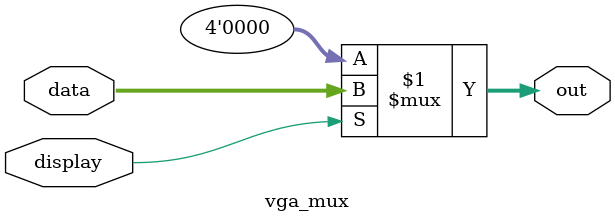
<source format=sv>
module vga_mux(input logic display, input logic [3:0] data, output logic [3:0] out);
    // If in display output the data, otherwise output all 0's
    assign out = (display) ? data : 4'b0000;
endmodule
</source>
